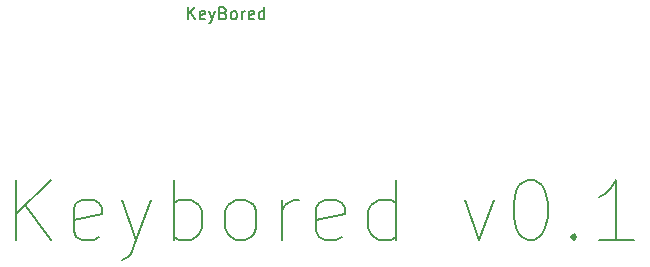
<source format=gto>
G04 #@! TF.GenerationSoftware,KiCad,Pcbnew,(5.1.4-0)*
G04 #@! TF.CreationDate,2020-09-11T02:24:06-07:00*
G04 #@! TF.ProjectId,keybored,6b657962-6f72-4656-942e-6b696361645f,rev?*
G04 #@! TF.SameCoordinates,Original*
G04 #@! TF.FileFunction,Legend,Top*
G04 #@! TF.FilePolarity,Positive*
%FSLAX46Y46*%
G04 Gerber Fmt 4.6, Leading zero omitted, Abs format (unit mm)*
G04 Created by KiCad (PCBNEW (5.1.4-0)) date 2020-09-11 02:24:06*
%MOMM*%
%LPD*%
G04 APERTURE LIST*
%ADD10C,0.150000*%
%ADD11C,4.089800*%
%ADD12C,3.150000*%
%ADD13C,1.852000*%
%ADD14O,1.802000X2.802000*%
G04 APERTURE END LIST*
D10*
X103376488Y-235660595D02*
X103376488Y-230580595D01*
X106279345Y-235660595D02*
X104102202Y-232757738D01*
X106279345Y-230580595D02*
X103376488Y-233483452D01*
X110391726Y-235418690D02*
X109907916Y-235660595D01*
X108940297Y-235660595D01*
X108456488Y-235418690D01*
X108214583Y-234934880D01*
X108214583Y-232999642D01*
X108456488Y-232515833D01*
X108940297Y-232273928D01*
X109907916Y-232273928D01*
X110391726Y-232515833D01*
X110633630Y-232999642D01*
X110633630Y-233483452D01*
X108214583Y-233967261D01*
X112326964Y-232273928D02*
X113536488Y-235660595D01*
X114746011Y-232273928D02*
X113536488Y-235660595D01*
X113052678Y-236870119D01*
X112810773Y-237112023D01*
X112326964Y-237353928D01*
X116681250Y-235660595D02*
X116681250Y-230580595D01*
X116681250Y-232515833D02*
X117165059Y-232273928D01*
X118132678Y-232273928D01*
X118616488Y-232515833D01*
X118858392Y-232757738D01*
X119100297Y-233241547D01*
X119100297Y-234692976D01*
X118858392Y-235176785D01*
X118616488Y-235418690D01*
X118132678Y-235660595D01*
X117165059Y-235660595D01*
X116681250Y-235418690D01*
X122003154Y-235660595D02*
X121519345Y-235418690D01*
X121277440Y-235176785D01*
X121035535Y-234692976D01*
X121035535Y-233241547D01*
X121277440Y-232757738D01*
X121519345Y-232515833D01*
X122003154Y-232273928D01*
X122728869Y-232273928D01*
X123212678Y-232515833D01*
X123454583Y-232757738D01*
X123696488Y-233241547D01*
X123696488Y-234692976D01*
X123454583Y-235176785D01*
X123212678Y-235418690D01*
X122728869Y-235660595D01*
X122003154Y-235660595D01*
X125873630Y-235660595D02*
X125873630Y-232273928D01*
X125873630Y-233241547D02*
X126115535Y-232757738D01*
X126357440Y-232515833D01*
X126841250Y-232273928D01*
X127325059Y-232273928D01*
X130953630Y-235418690D02*
X130469821Y-235660595D01*
X129502202Y-235660595D01*
X129018392Y-235418690D01*
X128776488Y-234934880D01*
X128776488Y-232999642D01*
X129018392Y-232515833D01*
X129502202Y-232273928D01*
X130469821Y-232273928D01*
X130953630Y-232515833D01*
X131195535Y-232999642D01*
X131195535Y-233483452D01*
X128776488Y-233967261D01*
X135549821Y-235660595D02*
X135549821Y-230580595D01*
X135549821Y-235418690D02*
X135066011Y-235660595D01*
X134098392Y-235660595D01*
X133614583Y-235418690D01*
X133372678Y-235176785D01*
X133130773Y-234692976D01*
X133130773Y-233241547D01*
X133372678Y-232757738D01*
X133614583Y-232515833D01*
X134098392Y-232273928D01*
X135066011Y-232273928D01*
X135549821Y-232515833D01*
X141355535Y-232273928D02*
X142565059Y-235660595D01*
X143774583Y-232273928D01*
X146677440Y-230580595D02*
X147161250Y-230580595D01*
X147645059Y-230822500D01*
X147886964Y-231064404D01*
X148128869Y-231548214D01*
X148370773Y-232515833D01*
X148370773Y-233725357D01*
X148128869Y-234692976D01*
X147886964Y-235176785D01*
X147645059Y-235418690D01*
X147161250Y-235660595D01*
X146677440Y-235660595D01*
X146193630Y-235418690D01*
X145951726Y-235176785D01*
X145709821Y-234692976D01*
X145467916Y-233725357D01*
X145467916Y-232515833D01*
X145709821Y-231548214D01*
X145951726Y-231064404D01*
X146193630Y-230822500D01*
X146677440Y-230580595D01*
X150547916Y-235176785D02*
X150789821Y-235418690D01*
X150547916Y-235660595D01*
X150306011Y-235418690D01*
X150547916Y-235176785D01*
X150547916Y-235660595D01*
X155627916Y-235660595D02*
X152725059Y-235660595D01*
X154176488Y-235660595D02*
X154176488Y-230580595D01*
X153692678Y-231306309D01*
X153208869Y-231790119D01*
X152725059Y-232032023D01*
X117943714Y-216987380D02*
X117943714Y-215987380D01*
X118515142Y-216987380D02*
X118086571Y-216415952D01*
X118515142Y-215987380D02*
X117943714Y-216558809D01*
X119324666Y-216939761D02*
X119229428Y-216987380D01*
X119038952Y-216987380D01*
X118943714Y-216939761D01*
X118896095Y-216844523D01*
X118896095Y-216463571D01*
X118943714Y-216368333D01*
X119038952Y-216320714D01*
X119229428Y-216320714D01*
X119324666Y-216368333D01*
X119372285Y-216463571D01*
X119372285Y-216558809D01*
X118896095Y-216654047D01*
X119705619Y-216320714D02*
X119943714Y-216987380D01*
X120181809Y-216320714D02*
X119943714Y-216987380D01*
X119848476Y-217225476D01*
X119800857Y-217273095D01*
X119705619Y-217320714D01*
X120896095Y-216463571D02*
X121038952Y-216511190D01*
X121086571Y-216558809D01*
X121134190Y-216654047D01*
X121134190Y-216796904D01*
X121086571Y-216892142D01*
X121038952Y-216939761D01*
X120943714Y-216987380D01*
X120562761Y-216987380D01*
X120562761Y-215987380D01*
X120896095Y-215987380D01*
X120991333Y-216035000D01*
X121038952Y-216082619D01*
X121086571Y-216177857D01*
X121086571Y-216273095D01*
X121038952Y-216368333D01*
X120991333Y-216415952D01*
X120896095Y-216463571D01*
X120562761Y-216463571D01*
X121705619Y-216987380D02*
X121610380Y-216939761D01*
X121562761Y-216892142D01*
X121515142Y-216796904D01*
X121515142Y-216511190D01*
X121562761Y-216415952D01*
X121610380Y-216368333D01*
X121705619Y-216320714D01*
X121848476Y-216320714D01*
X121943714Y-216368333D01*
X121991333Y-216415952D01*
X122038952Y-216511190D01*
X122038952Y-216796904D01*
X121991333Y-216892142D01*
X121943714Y-216939761D01*
X121848476Y-216987380D01*
X121705619Y-216987380D01*
X122467523Y-216987380D02*
X122467523Y-216320714D01*
X122467523Y-216511190D02*
X122515142Y-216415952D01*
X122562761Y-216368333D01*
X122658000Y-216320714D01*
X122753238Y-216320714D01*
X123467523Y-216939761D02*
X123372285Y-216987380D01*
X123181809Y-216987380D01*
X123086571Y-216939761D01*
X123038952Y-216844523D01*
X123038952Y-216463571D01*
X123086571Y-216368333D01*
X123181809Y-216320714D01*
X123372285Y-216320714D01*
X123467523Y-216368333D01*
X123515142Y-216463571D01*
X123515142Y-216558809D01*
X123038952Y-216654047D01*
X124372285Y-216987380D02*
X124372285Y-215987380D01*
X124372285Y-216939761D02*
X124277047Y-216987380D01*
X124086571Y-216987380D01*
X123991333Y-216939761D01*
X123943714Y-216892142D01*
X123896095Y-216796904D01*
X123896095Y-216511190D01*
X123943714Y-216415952D01*
X123991333Y-216368333D01*
X124086571Y-216320714D01*
X124277047Y-216320714D01*
X124372285Y-216368333D01*
%LPC*%
D11*
X482473000Y-231013000D03*
X458597000Y-231013000D03*
D12*
X482473000Y-215773000D03*
X458597000Y-215773000D03*
D13*
X475615000Y-222758000D03*
X465455000Y-222758000D03*
D11*
X470535000Y-222758000D03*
X406379000Y-154686000D03*
X382503000Y-154686000D03*
D12*
X406379000Y-139446000D03*
X382503000Y-139446000D03*
D13*
X399521000Y-146431000D03*
X389361000Y-146431000D03*
D11*
X394441000Y-146431000D03*
X480060000Y-203581000D03*
D13*
X474980000Y-203581000D03*
X485140000Y-203581000D03*
D11*
X480060000Y-184531000D03*
D13*
X474980000Y-184531000D03*
X485140000Y-184531000D03*
D11*
X480060000Y-165481000D03*
D13*
X474980000Y-165481000D03*
X485140000Y-165481000D03*
D11*
X346710000Y-222631000D03*
D13*
X341630000Y-222631000D03*
X351790000Y-222631000D03*
D11*
X327660000Y-222631000D03*
D13*
X322580000Y-222631000D03*
X332740000Y-222631000D03*
D11*
X308610000Y-222631000D03*
D13*
X303530000Y-222631000D03*
X313690000Y-222631000D03*
D11*
X289560000Y-222631000D03*
D13*
X284480000Y-222631000D03*
X294640000Y-222631000D03*
D11*
X270510000Y-222631000D03*
D13*
X265430000Y-222631000D03*
X275590000Y-222631000D03*
D11*
X251460000Y-222631000D03*
D13*
X246380000Y-222631000D03*
X256540000Y-222631000D03*
D11*
X232410000Y-222631000D03*
D13*
X227330000Y-222631000D03*
X237490000Y-222631000D03*
D11*
X213360000Y-222631000D03*
D13*
X208280000Y-222631000D03*
X218440000Y-222631000D03*
D11*
X194310000Y-222631000D03*
D13*
X189230000Y-222631000D03*
X199390000Y-222631000D03*
D11*
X432435000Y-232156000D03*
D13*
X427355000Y-232156000D03*
X437515000Y-232156000D03*
D11*
X413385000Y-232156000D03*
D13*
X408305000Y-232156000D03*
X418465000Y-232156000D03*
D11*
X394335000Y-232156000D03*
D13*
X389255000Y-232156000D03*
X399415000Y-232156000D03*
D11*
X365760000Y-222631000D03*
D13*
X360680000Y-222631000D03*
X370840000Y-222631000D03*
D11*
X175260000Y-222631000D03*
D13*
X170180000Y-222631000D03*
X180340000Y-222631000D03*
D11*
X346710000Y-203581000D03*
D13*
X341630000Y-203581000D03*
X351790000Y-203581000D03*
D11*
X327660000Y-203581000D03*
D13*
X322580000Y-203581000D03*
X332740000Y-203581000D03*
D11*
X308610000Y-203581000D03*
D13*
X303530000Y-203581000D03*
X313690000Y-203581000D03*
D11*
X289560000Y-203581000D03*
D13*
X284480000Y-203581000D03*
X294640000Y-203581000D03*
D11*
X270510000Y-203581000D03*
D13*
X265430000Y-203581000D03*
X275590000Y-203581000D03*
D11*
X251460000Y-203581000D03*
D13*
X246380000Y-203581000D03*
X256540000Y-203581000D03*
D11*
X232410000Y-203581000D03*
D13*
X227330000Y-203581000D03*
X237490000Y-203581000D03*
D11*
X213360000Y-203581000D03*
D13*
X208280000Y-203581000D03*
X218440000Y-203581000D03*
D11*
X194310000Y-203581000D03*
D13*
X189230000Y-203581000D03*
X199390000Y-203581000D03*
D11*
X461010000Y-203581000D03*
D13*
X455930000Y-203581000D03*
X466090000Y-203581000D03*
D11*
X441960000Y-203581000D03*
D13*
X436880000Y-203581000D03*
X447040000Y-203581000D03*
D11*
X413385000Y-213106000D03*
D13*
X408305000Y-213106000D03*
X418465000Y-213106000D03*
D11*
X384810000Y-203581000D03*
D13*
X379730000Y-203581000D03*
X389890000Y-203581000D03*
D11*
X365760000Y-203581000D03*
D13*
X360680000Y-203581000D03*
X370840000Y-203581000D03*
D11*
X175260000Y-203581000D03*
D13*
X170180000Y-203581000D03*
X180340000Y-203581000D03*
D11*
X346710000Y-184531000D03*
D13*
X341630000Y-184531000D03*
X351790000Y-184531000D03*
D11*
X327660000Y-184531000D03*
D13*
X322580000Y-184531000D03*
X332740000Y-184531000D03*
D11*
X308610000Y-184531000D03*
D13*
X303530000Y-184531000D03*
X313690000Y-184531000D03*
D11*
X289560000Y-184531000D03*
D13*
X284480000Y-184531000D03*
X294640000Y-184531000D03*
D11*
X270510000Y-184531000D03*
D13*
X265430000Y-184531000D03*
X275590000Y-184531000D03*
D11*
X251460000Y-184531000D03*
D13*
X246380000Y-184531000D03*
X256540000Y-184531000D03*
D11*
X232410000Y-184531000D03*
D13*
X227330000Y-184531000D03*
X237490000Y-184531000D03*
D11*
X213360000Y-184531000D03*
D13*
X208280000Y-184531000D03*
X218440000Y-184531000D03*
D11*
X194310000Y-184531000D03*
D13*
X189230000Y-184531000D03*
X199390000Y-184531000D03*
D11*
X461010000Y-184531000D03*
D13*
X455930000Y-184531000D03*
X466090000Y-184531000D03*
D11*
X441960000Y-184531000D03*
D13*
X436880000Y-184531000D03*
X447040000Y-184531000D03*
D11*
X403860000Y-184531000D03*
D13*
X398780000Y-184531000D03*
X408940000Y-184531000D03*
D11*
X384810000Y-184531000D03*
D13*
X379730000Y-184531000D03*
X389890000Y-184531000D03*
D11*
X365760000Y-184531000D03*
D13*
X360680000Y-184531000D03*
X370840000Y-184531000D03*
D11*
X175260000Y-184531000D03*
D13*
X170180000Y-184531000D03*
X180340000Y-184531000D03*
D11*
X346710000Y-165481000D03*
D13*
X341630000Y-165481000D03*
X351790000Y-165481000D03*
D11*
X327660000Y-165481000D03*
D13*
X322580000Y-165481000D03*
X332740000Y-165481000D03*
D11*
X308610000Y-165481000D03*
D13*
X303530000Y-165481000D03*
X313690000Y-165481000D03*
D11*
X289560000Y-165481000D03*
D13*
X284480000Y-165481000D03*
X294640000Y-165481000D03*
D11*
X270510000Y-165481000D03*
D13*
X265430000Y-165481000D03*
X275590000Y-165481000D03*
D11*
X251460000Y-165481000D03*
D13*
X246380000Y-165481000D03*
X256540000Y-165481000D03*
D11*
X232410000Y-165481000D03*
D13*
X227330000Y-165481000D03*
X237490000Y-165481000D03*
D11*
X213360000Y-165481000D03*
D13*
X208280000Y-165481000D03*
X218440000Y-165481000D03*
D11*
X194310000Y-165481000D03*
D13*
X189230000Y-165481000D03*
X199390000Y-165481000D03*
D11*
X461010000Y-165481000D03*
D13*
X455930000Y-165481000D03*
X466090000Y-165481000D03*
D11*
X441960000Y-165481000D03*
D13*
X436880000Y-165481000D03*
X447040000Y-165481000D03*
D11*
X403860000Y-165481000D03*
D13*
X398780000Y-165481000D03*
X408940000Y-165481000D03*
D11*
X384810000Y-165481000D03*
D13*
X379730000Y-165481000D03*
X389890000Y-165481000D03*
D11*
X365760000Y-165481000D03*
D13*
X360680000Y-165481000D03*
X370840000Y-165481000D03*
D11*
X175260000Y-165481000D03*
D13*
X170180000Y-165481000D03*
X180340000Y-165481000D03*
D14*
X110999250Y-181800500D03*
X118299250Y-181800500D03*
X118299250Y-186300500D03*
X110999250Y-186300500D03*
M02*

</source>
